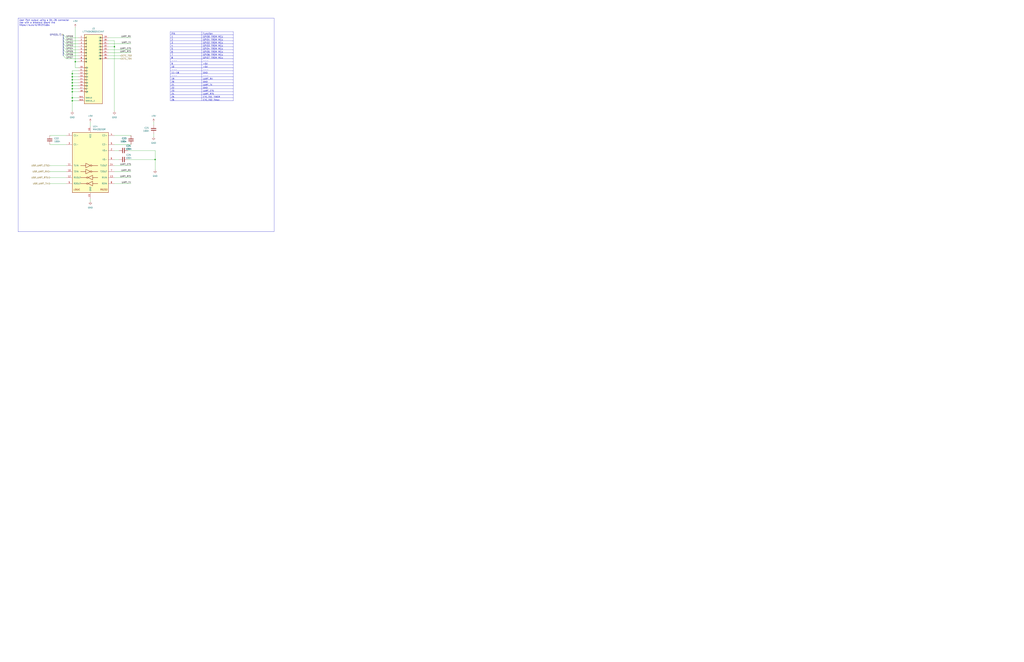
<source format=kicad_sch>
(kicad_sch (version 20250114) (generator "eeschema") (generator_version "9.0")
  (paper "D")
  (lib_symbols
    (symbol "Device:C" (pin_numbers (hide yes)) (pin_names (offset 0.254))
      (property "Reference" "C" (at 0.635 2.54 0))
      (property "Value" "C" (at 0.635 -2.54 0))
      (symbol "C_0_1"
        (polyline (pts (xy -2.032 0.762) (xy 2.032 0.762)) (stroke (width 0.508)))
        (polyline (pts (xy -2.032 -0.762) (xy 2.032 -0.762)) (stroke (width 0.508)))
      )
      (symbol "C_1_1"
        (pin passive line (at 0 3.81 270) (length 2.794) (name "~") (number "1"))
        (pin passive line (at 0 -3.81 90) (length 2.794) (name "~") (number "2"))
      )
    )
    (symbol "Interface_UART:MAX202" (pin_names (offset 1.016))
      (property "Reference" "U" (at -2.54 28.575 0))
      (property "Value" "MAX202" (at -2.54 26.67 0))
      (symbol "MAX202_0_0"
        (text "LOGIC" (at -11.43 -22.86 0) (effects (font (size 1.27 1.27))))
        (text "RS232" (at 11.43 -22.86 0) (effects (font (size 1.27 1.27))))
      )
      (symbol "MAX202_0_1"
        (rectangle (start -15.24 -25.4) (end 15.24 25.4) (stroke (width 0.254)) (fill (type background)))
        (polyline (pts (xy -3.81 -0.635) (xy -3.81 -4.445) (xy 0 -2.54) (xy -3.81 -0.635)) (stroke (width 0.254)))
        (polyline (pts (xy -3.81 -2.54) (xy -8.255 -2.54)) (stroke (width 0.254)))
        (polyline (pts (xy -3.81 -5.715) (xy -3.81 -9.525) (xy 0 -7.62) (xy -3.81 -5.715)) (stroke (width 0.254)))
        (polyline (pts (xy -3.81 -7.62) (xy -8.255 -7.62)) (stroke (width 0.254)))
        (polyline (pts (xy -3.175 -12.7) (xy -8.255 -12.7)) (stroke (width 0.254)))
        (polyline (pts (xy -3.175 -17.78) (xy -8.255 -17.78)) (stroke (width 0.254)))
        (circle (center -2.54 -12.7) (radius 0.635) (stroke (width 0.254)))
        (circle (center -2.54 -17.78) (radius 0.635) (stroke (width 0.254)))
        (circle (center 0.635 -2.54) (radius 0.635) (stroke (width 0.254)))
        (circle (center 0.635 -7.62) (radius 0.635) (stroke (width 0.254)))
        (polyline (pts (xy 1.27 -2.54) (xy 6.35 -2.54)) (stroke (width 0.254)))
        (polyline (pts (xy 1.27 -7.62) (xy 6.35 -7.62)) (stroke (width 0.254)))
        (polyline (pts (xy 1.905 -10.795) (xy 1.905 -14.605) (xy -1.905 -12.7) (xy 1.905 -10.795)) (stroke (width 0.254)))
        (polyline (pts (xy 1.905 -12.7) (xy 6.35 -12.7)) (stroke (width 0.254)))
        (polyline (pts (xy 1.905 -15.875) (xy 1.905 -19.685) (xy -1.905 -17.78) (xy 1.905 -15.875)) (stroke (width 0.254)))
        (polyline (pts (xy 1.905 -17.78) (xy 6.35 -17.78)) (stroke (width 0.254)))
      )
      (symbol "MAX202_1_1"
        (pin passive line (at -20.32 22.86 0) (length 5.08) (name "C1+") (number "1"))
        (pin passive line (at -20.32 15.24 0) (length 5.08) (name "C1-") (number "3"))
        (pin input line (at -20.32 -2.54 0) (length 5.08) (name "T1IN") (number "11"))
        (pin input line (at -20.32 -7.62 0) (length 5.08) (name "T2IN") (number "10"))
        (pin output line (at -20.32 -12.7 0) (length 5.08) (name "R1OUT") (number "12"))
        (pin output line (at -20.32 -17.78 0) (length 5.08) (name "R2OUT") (number "9"))
        (pin power_in line (at 0 30.48 270) (length 5.08) (name "VCC") (number "16"))
        (pin power_in line (at 0 -30.48 90) (length 5.08) (name "GND") (number "15"))
        (pin passive line (at 20.32 22.86 180) (length 5.08) (name "C2+") (number "4"))
        (pin passive line (at 20.32 15.24 180) (length 5.08) (name "C2-") (number "5"))
        (pin power_out line (at 20.32 10.16 180) (length 5.08) (name "VS+") (number "2"))
        (pin power_out line (at 20.32 2.54 180) (length 5.08) (name "VS-") (number "6"))
        (pin output line (at 20.32 -2.54 180) (length 5.08) (name "T1OUT") (number "14"))
        (pin output line (at 20.32 -7.62 180) (length 5.08) (name "T2OUT") (number "7"))
        (pin input line (at 20.32 -12.7 180) (length 5.08) (name "R1IN") (number "13"))
        (pin input line (at 20.32 -17.78 180) (length 5.08) (name "R2IN") (number "8"))
      )
    )
    (symbol "L77HDA26SD1CH4F:L77HDA26SD1CH4F" (pin_names (offset 1.016))
      (property "Reference" "J" (at -7.62 28.702 0))
      (property "Value" "L77HDA26SD1CH4F" (at -7.62 -33.02 0))
      (symbol "L77HDA26SD1CH4F_0_0"
        (polyline (pts (xy -7.62 25.4) (xy -6.35 25.4)) (stroke (width 0.254)))
        (polyline (pts (xy -7.62 22.86) (xy -6.35 22.86)) (stroke (width 0.254)))
        (polyline (pts (xy -7.62 20.32) (xy -6.35 20.32)) (stroke (width 0.254)))
        (polyline (pts (xy -7.62 17.78) (xy -6.35 17.78)) (stroke (width 0.254)))
        (polyline (pts (xy -7.62 15.24) (xy -6.35 15.24)) (stroke (width 0.254)))
        (polyline (pts (xy -7.62 12.7) (xy -6.35 12.7)) (stroke (width 0.254)))
        (polyline (pts (xy -7.62 10.16) (xy -6.35 10.16)) (stroke (width 0.254)))
        (polyline (pts (xy -7.62 7.62) (xy -6.35 7.62)) (stroke (width 0.254)))
        (polyline (pts (xy -7.62 5.08) (xy -6.35 5.08)) (stroke (width 0.254)))
        (polyline (pts (xy -7.62 0) (xy -6.35 0)) (stroke (width 0.254)))
        (polyline (pts (xy -7.62 -2.54) (xy -6.35 -2.54)) (stroke (width 0.254)))
        (polyline (pts (xy -7.62 -5.08) (xy -6.35 -5.08)) (stroke (width 0.254)))
        (polyline (pts (xy -7.62 -7.62) (xy -6.35 -7.62)) (stroke (width 0.254)))
        (polyline (pts (xy -7.62 -10.16) (xy -6.35 -10.16)) (stroke (width 0.254)))
        (polyline (pts (xy -7.62 -12.7) (xy -6.35 -12.7)) (stroke (width 0.254)))
        (polyline (pts (xy -7.62 -15.24) (xy -6.35 -15.24)) (stroke (width 0.254)))
        (polyline (pts (xy -7.62 -17.78) (xy -6.35 -17.78)) (stroke (width 0.254)))
        (polyline (pts (xy -7.62 -20.32) (xy -6.35 -20.32)) (stroke (width 0.254)))
        (rectangle (start -7.62 -30.48) (end 7.62 27.94) (stroke (width 0.254)) (fill (type background)))
        (arc (start -5.715 24.765) (mid -6.3472 25.4) (end -5.715 26.035) (stroke (width 0.254)))
        (arc (start -5.715 22.225) (mid -6.3472 22.86) (end -5.715 23.495) (stroke (width 0.254)))
        (arc (start -5.715 19.685) (mid -6.3472 20.32) (end -5.715 20.955) (stroke (width 0.254)))
        (arc (start -5.715 17.145) (mid -6.3472 17.78) (end -5.715 18.415) (stroke (width 0.254)))
        (arc (start -5.715 14.605) (mid -6.3472 15.24) (end -5.715 15.875) (stroke (width 0.254)))
        (arc (start -5.715 12.065) (mid -6.3472 12.7) (end -5.715 13.335) (stroke (width 0.254)))
        (arc (start -5.715 9.525) (mid -6.3472 10.16) (end -5.715 10.795) (stroke (width 0.254)))
        (arc (start -5.715 6.985) (mid -6.3472 7.62) (end -5.715 8.255) (stroke (width 0.254)))
        (arc (start -5.715 4.445) (mid -6.3472 5.08) (end -5.715 5.715) (stroke (width 0.254)))
        (arc (start -5.715 -0.635) (mid -6.3472 0) (end -5.715 0.635) (stroke (width 0.254)))
        (arc (start -5.715 -3.175) (mid -6.3472 -2.54) (end -5.715 -1.905) (stroke (width 0.254)))
        (arc (start -5.715 -5.715) (mid -6.3472 -5.08) (end -5.715 -4.445) (stroke (width 0.254)))
        (arc (start -5.715 -8.255) (mid -6.3472 -7.62) (end -5.715 -6.985) (stroke (width 0.254)))
        (arc (start -5.715 -10.795) (mid -6.3472 -10.16) (end -5.715 -9.525) (stroke (width 0.254)))
        (arc (start -5.715 -13.335) (mid -6.3472 -12.7) (end -5.715 -12.065) (stroke (width 0.254)))
        (arc (start -5.715 -15.875) (mid -6.3472 -15.24) (end -5.715 -14.605) (stroke (width 0.254)))
        (arc (start -5.715 -18.415) (mid -6.3472 -17.78) (end -5.715 -17.145) (stroke (width 0.254)))
        (arc (start -5.715 -20.955) (mid -6.3472 -20.32) (end -5.715 -19.685) (stroke (width 0.254)))
        (arc (start 5.715 26.035) (mid 6.3472 25.4) (end 5.715 24.765) (stroke (width 0.254)))
        (arc (start 5.715 23.495) (mid 6.3472 22.86) (end 5.715 22.225) (stroke (width 0.254)))
        (arc (start 5.715 20.955) (mid 6.3472 20.32) (end 5.715 19.685) (stroke (width 0.254)))
        (arc (start 5.715 18.415) (mid 6.3472 17.78) (end 5.715 17.145) (stroke (width 0.254)))
        (arc (start 5.715 15.875) (mid 6.3472 15.24) (end 5.715 14.605) (stroke (width 0.254)))
        (arc (start 5.715 13.335) (mid 6.3472 12.7) (end 5.715 12.065) (stroke (width 0.254)))
        (arc (start 5.715 10.795) (mid 6.3472 10.16) (end 5.715 9.525) (stroke (width 0.254)))
        (arc (start 5.715 8.255) (mid 6.3472 7.62) (end 5.715 6.985) (stroke (width 0.254)))
        (polyline (pts (xy 7.62 25.4) (xy 6.35 25.4)) (stroke (width 0.254)))
        (polyline (pts (xy 7.62 22.86) (xy 6.35 22.86)) (stroke (width 0.254)))
        (polyline (pts (xy 7.62 20.32) (xy 6.35 20.32)) (stroke (width 0.254)))
        (polyline (pts (xy 7.62 17.78) (xy 6.35 17.78)) (stroke (width 0.254)))
        (polyline (pts (xy 7.62 15.24) (xy 6.35 15.24)) (stroke (width 0.254)))
        (polyline (pts (xy 7.62 12.7) (xy 6.35 12.7)) (stroke (width 0.254)))
        (polyline (pts (xy 7.62 10.16) (xy 6.35 10.16)) (stroke (width 0.254)))
        (polyline (pts (xy 7.62 7.62) (xy 6.35 7.62)) (stroke (width 0.254)))
        (pin passive line (at -12.7 25.4 0) (length 5.08) (name "1") (number "1"))
        (pin passive line (at -12.7 22.86 0) (length 5.08) (name "2") (number "2"))
        (pin passive line (at -12.7 20.32 0) (length 5.08) (name "3") (number "3"))
        (pin passive line (at -12.7 17.78 0) (length 5.08) (name "4") (number "4"))
        (pin passive line (at -12.7 15.24 0) (length 5.08) (name "5") (number "5"))
        (pin passive line (at -12.7 12.7 0) (length 5.08) (name "6") (number "6"))
        (pin passive line (at -12.7 10.16 0) (length 5.08) (name "7") (number "7"))
        (pin passive line (at -12.7 7.62 0) (length 5.08) (name "8") (number "8"))
        (pin passive line (at -12.7 5.08 0) (length 5.08) (name "9") (number "9"))
        (pin passive line (at -12.7 0 0) (length 5.08) (name "10") (number "10"))
        (pin passive line (at -12.7 -2.54 0) (length 5.08) (name "11") (number "11"))
        (pin passive line (at -12.7 -5.08 0) (length 5.08) (name "12") (number "12"))
        (pin passive line (at -12.7 -7.62 0) (length 5.08) (name "13") (number "13"))
        (pin passive line (at -12.7 -10.16 0) (length 5.08) (name "14") (number "14"))
        (pin passive line (at -12.7 -12.7 0) (length 5.08) (name "15") (number "15"))
        (pin passive line (at -12.7 -15.24 0) (length 5.08) (name "16") (number "16"))
        (pin passive line (at -12.7 -17.78 0) (length 5.08) (name "17") (number "17"))
        (pin passive line (at -12.7 -20.32 0) (length 5.08) (name "18") (number "18"))
        (pin passive line (at -12.7 -25.4 0) (length 5.08) (name "SHIELD") (number "SH1"))
        (pin passive line (at -12.7 -27.94 0) (length 5.08) (name "SHIELD__1") (number "SH2"))
        (pin passive line (at 12.7 25.4 180) (length 5.08) (name "19") (number "19"))
        (pin passive line (at 12.7 22.86 180) (length 5.08) (name "20") (number "20"))
        (pin passive line (at 12.7 20.32 180) (length 5.08) (name "21") (number "21"))
        (pin passive line (at 12.7 17.78 180) (length 5.08) (name "22") (number "22"))
        (pin passive line (at 12.7 15.24 180) (length 5.08) (name "23") (number "23"))
        (pin passive line (at 12.7 12.7 180) (length 5.08) (name "24") (number "24"))
        (pin passive line (at 12.7 10.16 180) (length 5.08) (name "25") (number "25"))
        (pin passive line (at 12.7 7.62 180) (length 5.08) (name "26") (number "26"))
      )
    )
    (symbol "power:+5V" (power) (pin_numbers (hide yes)) (pin_names (offset 0) (hide yes))
      (property "Value" "+5V" (at 0 3.556 0))
      (symbol "+5V_0_1"
        (polyline (pts (xy -0.762 1.27) (xy 0 2.54)))
        (polyline (pts (xy 0 2.54) (xy 0.762 1.27)))
        (polyline (pts (xy 0 0) (xy 0 2.54)))
      )
      (symbol "+5V_1_1"
        (pin power_in line (at 0 0 90) (length 0) (name "~") (number "1"))
      )
    )
    (symbol "power:GND" (power) (pin_numbers (hide yes)) (pin_names (offset 0) (hide yes))
      (property "Value" "GND" (at 0 -3.81 0))
      (symbol "GND_0_1"
        (polyline (pts (xy 0 0) (xy 0 -1.27) (xy 1.27 -1.27) (xy 0 -2.54) (xy -1.27 -1.27) (xy 0 -1.27)))
      )
      (symbol "GND_1_1"
        (pin power_in line (at 0 0 270) (length 0) (name "~") (number "1"))
      )
    )
  )
  (text_box "User Port output using a DA-26 connector\nUse with a breakout board like \nhttps://a.co/d/0hZECqQw" (at 15.24 15.24 0) (size 215.9 180.34) (margins 0.9525 0.9525 0.9525 0.9525) (effects (font (size 1.27 1.27)) (justify left top)))
  (junction (at 60.96 74.93))
  (junction (at 60.96 85.09))
  (junction (at 60.96 77.47))
  (junction (at 60.96 72.39))
  (junction (at 130.81 134.62))
  (junction (at 60.96 64.77))
  (junction (at 60.96 69.85))
  (junction (at 63.5 52.07))
  (junction (at 60.96 82.55))
  (junction (at 60.96 67.31))
  (junction (at 60.96 62.23))
  (junction (at 96.52 39.37))
  (bus_entry (at 53.34 31.75) (size 2.54 2.54))
  (bus_entry (at 53.34 36.83) (size 2.54 2.54))
  (bus_entry (at 53.34 46.99) (size 2.54 2.54))
  (bus_entry (at 53.34 29.21) (size 2.54 2.54))
  (bus_entry (at 53.34 34.29) (size 2.54 2.54))
  (bus_entry (at 53.34 44.45) (size 2.54 2.54))
  (bus_entry (at 53.34 39.37) (size 2.54 2.54))
  (bus_entry (at 53.34 41.91) (size 2.54 2.54))
  (wire (pts (xy 60.96 85.09) (xy 60.96 93.98)))
  (wire (pts (xy 96.52 134.62) (xy 100.33 134.62)))
  (bus (pts (xy 53.34 44.45) (xy 53.34 46.99)))
  (wire (pts (xy 96.52 144.78) (xy 110.49 144.78)))
  (wire (pts (xy 66.04 64.77) (xy 60.96 64.77)))
  (wire (pts (xy 66.04 74.93) (xy 60.96 74.93)))
  (wire (pts (xy 96.52 139.7) (xy 110.49 139.7)))
  (wire (pts (xy 60.96 69.85) (xy 60.96 72.39)))
  (wire (pts (xy 129.54 115.57) (xy 129.54 113.03)))
  (wire (pts (xy 55.88 31.75) (xy 66.04 31.75)))
  (wire (pts (xy 66.04 59.69) (xy 60.96 59.69)))
  (wire (pts (xy 96.52 39.37) (xy 96.52 93.98)))
  (wire (pts (xy 41.91 139.7) (xy 55.88 139.7)))
  (wire (pts (xy 60.96 62.23) (xy 60.96 64.77)))
  (wire (pts (xy 63.5 52.07) (xy 63.5 57.15)))
  (wire (pts (xy 91.44 49.53) (xy 101.6 49.53)))
  (wire (pts (xy 130.81 134.62) (xy 130.81 143.51)))
  (bus (pts (xy 53.34 41.91) (xy 53.34 44.45)))
  (wire (pts (xy 41.91 144.78) (xy 55.88 144.78)))
  (wire (pts (xy 63.5 22.86) (xy 63.5 52.07)))
  (wire (pts (xy 60.96 67.31) (xy 60.96 69.85)))
  (wire (pts (xy 96.52 149.86) (xy 110.49 149.86)))
  (wire (pts (xy 55.88 49.53) (xy 66.04 49.53)))
  (wire (pts (xy 55.88 39.37) (xy 66.04 39.37)))
  (wire (pts (xy 91.44 41.91) (xy 110.49 41.91)))
  (wire (pts (xy 91.44 44.45) (xy 110.49 44.45)))
  (wire (pts (xy 96.52 154.94) (xy 110.49 154.94)))
  (wire (pts (xy 66.04 67.31) (xy 60.96 67.31)))
  (wire (pts (xy 66.04 69.85) (xy 60.96 69.85)))
  (wire (pts (xy 41.91 114.3) (xy 55.88 114.3)))
  (wire (pts (xy 110.49 121.92) (xy 96.52 121.92)))
  (wire (pts (xy 55.88 46.99) (xy 66.04 46.99)))
  (bus (pts (xy 53.34 36.83) (xy 53.34 39.37)))
  (wire (pts (xy 55.88 34.29) (xy 66.04 34.29)))
  (wire (pts (xy 60.96 77.47) (xy 60.96 82.55)))
  (wire (pts (xy 91.44 31.75) (xy 110.49 31.75)))
  (wire (pts (xy 60.96 74.93) (xy 60.96 77.47)))
  (bus (pts (xy 53.34 29.21) (xy 53.34 31.75)))
  (wire (pts (xy 130.81 127) (xy 130.81 134.62)))
  (wire (pts (xy 60.96 64.77) (xy 60.96 67.31)))
  (wire (pts (xy 66.04 85.09) (xy 60.96 85.09)))
  (wire (pts (xy 66.04 72.39) (xy 60.96 72.39)))
  (wire (pts (xy 91.44 46.99) (xy 101.6 46.99)))
  (wire (pts (xy 60.96 59.69) (xy 60.96 62.23)))
  (wire (pts (xy 91.44 34.29) (xy 96.52 34.29)))
  (wire (pts (xy 41.91 121.92) (xy 55.88 121.92)))
  (wire (pts (xy 76.2 102.87) (xy 76.2 106.68)))
  (bus (pts (xy 53.34 31.75) (xy 53.34 34.29)))
  (wire (pts (xy 60.96 82.55) (xy 60.96 85.09)))
  (wire (pts (xy 91.44 36.83) (xy 110.49 36.83)))
  (wire (pts (xy 41.91 154.94) (xy 55.88 154.94)))
  (wire (pts (xy 63.5 52.07) (xy 66.04 52.07)))
  (wire (pts (xy 107.95 134.62) (xy 130.81 134.62)))
  (bus (pts (xy 53.34 39.37) (xy 53.34 41.91)))
  (wire (pts (xy 55.88 44.45) (xy 66.04 44.45)))
  (wire (pts (xy 129.54 102.87) (xy 129.54 105.41)))
  (bus (pts (xy 53.34 34.29) (xy 53.34 36.83)))
  (wire (pts (xy 55.88 36.83) (xy 66.04 36.83)))
  (wire (pts (xy 107.95 127) (xy 130.81 127)))
  (wire (pts (xy 91.44 39.37) (xy 96.52 39.37)))
  (wire (pts (xy 110.49 114.3) (xy 96.52 114.3)))
  (wire (pts (xy 66.04 57.15) (xy 63.5 57.15)))
  (wire (pts (xy 96.52 34.29) (xy 96.52 39.37)))
  (wire (pts (xy 60.96 72.39) (xy 60.96 74.93)))
  (wire (pts (xy 66.04 82.55) (xy 60.96 82.55)))
  (wire (pts (xy 66.04 62.23) (xy 60.96 62.23)))
  (wire (pts (xy 41.91 149.86) (xy 55.88 149.86)))
  (wire (pts (xy 66.04 77.47) (xy 60.96 77.47)))
  (wire (pts (xy 55.88 41.91) (xy 66.04 41.91)))
  (wire (pts (xy 96.52 127) (xy 100.33 127)))
  (wire (pts (xy 76.2 170.18) (xy 76.2 167.64)))
  (table (column_count 2) (border (external yes) (header yes)) (separators (rows yes) (cols yes)) (column_widths 26.67 26.67) (row_heights 2.54 2.54 2.54 2.54 2.54 2.54 2.54 2.54 2.54 2.54 2.54 2.54 2.54 2.54 2.54 2.54 2.54 2.54 2.54 2.54 2.54 2.54 2.54) (cells (table_cell "PIN" (at 143.51 26.67 0) (size 26.67 2.54) (margins 0.9525 0.9525 0.9525 0.9525) (span 1 1)) (table_cell "Function" (at 170.18 26.67 0) (size 26.67 2.54) (margins 0.9525 0.9525 0.9525 0.9525) (span 1 1)) (table_cell "1" (at 143.51 29.21 0) (size 26.67 2.54) (margins 0.9525 0.9525 0.9525 0.9525) (span 1 1)) (table_cell "GPIO0 FROM MCU" (at 170.18 29.21 0) (size 26.67 2.54) (margins 0.9525 0.9525 0.9525 0.9525) (span 1 1)) (table_cell "2" (at 143.51 31.75 0) (size 26.67 2.54) (margins 0.9525 0.9525 0.9525 0.9525) (span 1 1)) (table_cell "GPIO1 FROM MCU" (at 170.18 31.75 0) (size 26.67 2.54) (margins 0.9525 0.9525 0.9525 0.9525) (span 1 1)) (table_cell "3" (at 143.51 34.29 0) (size 26.67 2.54) (margins 0.9525 0.9525 0.9525 0.9525) (span 1 1)) (table_cell "GPIO2 FROM MCU" (at 170.18 34.29 0) (size 26.67 2.54) (margins 0.9525 0.9525 0.9525 0.9525) (span 1 1)) (table_cell "4" (at 143.51 36.83 0) (size 26.67 2.54) (margins 0.9525 0.9525 0.9525 0.9525) (span 1 1)) (table_cell "GPIO3 FROM MCU" (at 170.18 36.83 0) (size 26.67 2.54) (margins 0.9525 0.9525 0.9525 0.9525) (span 1 1)) (table_cell "5" (at 143.51 39.37 0) (size 26.67 2.54) (margins 0.9525 0.9525 0.9525 0.9525) (span 1 1)) (table_cell "GPIO4 FROM MCU" (at 170.18 39.37 0) (size 26.67 2.54) (margins 0.9525 0.9525 0.9525 0.9525) (span 1 1)) (table_cell "6" (at 143.51 41.91 0) (size 26.67 2.54) (margins 0.9525 0.9525 0.9525 0.9525) (span 1 1)) (table_cell "GPIO5 FROM MCU" (at 170.18 41.91 0) (size 26.67 2.54) (margins 0.9525 0.9525 0.9525 0.9525) (span 1 1)) (table_cell "7" (at 143.51 44.45 0) (size 26.67 2.54) (margins 0.9525 0.9525 0.9525 0.9525) (span 1 1)) (table_cell "GPIO6 FROM MCU" (at 170.18 44.45 0) (size 26.67 2.54) (margins 0.9525 0.9525 0.9525 0.9525) (span 1 1)) (table_cell "8" (at 143.51 46.99 0) (size 26.67 2.54) (margins 0.9525 0.9525 0.9525 0.9525) (span 1 1)) (table_cell "GPIO7 FROM MCU" (at 170.18 46.99 0) (size 26.67 2.54) (margins 0.9525 0.9525 0.9525 0.9525) (span 1 1)) (table_cell "---" (at 143.51 49.53 0) (size 26.67 2.54) (margins 0.9525 0.9525 0.9525 0.9525) (span 1 1)) (table_cell "---" (at 170.18 49.53 0) (size 26.67 2.54) (margins 0.9525 0.9525 0.9525 0.9525) (span 1 1)) (table_cell "9" (at 143.51 52.07 0) (size 26.67 2.54) (margins 0.9525 0.9525 0.9525 0.9525) (span 1 1)) (table_cell "+5V" (at 170.18 52.07 0) (size 26.67 2.54) (margins 0.9525 0.9525 0.9525 0.9525) (span 1 1)) (table_cell "10" (at 143.51 54.61 0) (size 26.67 2.54) (margins 0.9525 0.9525 0.9525 0.9525) (span 1 1)) (table_cell "+5V" (at 170.18 54.61 0) (size 26.67 2.54) (margins 0.9525 0.9525 0.9525 0.9525) (span 1 1)) (table_cell "---" (at 143.51 57.15 0) (size 26.67 2.54) (margins 0.9525 0.9525 0.9525 0.9525) (span 1 1)) (table_cell "---" (at 170.18 57.15 0) (size 26.67 2.54) (margins 0.9525 0.9525 0.9525 0.9525) (span 1 1)) (table_cell "11-18" (at 143.51 59.69 0) (size 26.67 2.54) (margins 0.9525 0.9525 0.9525 0.9525) (span 1 1)) (table_cell "GND" (at 170.18 59.69 0) (size 26.67 2.54) (margins 0.9525 0.9525 0.9525 0.9525) (span 1 1)) (table_cell "---" (at 143.51 62.23 0) (size 26.67 2.54) (margins 0.9525 0.9525 0.9525 0.9525) (span 1 1)) (table_cell "---" (at 170.18 62.23 0) (size 26.67 2.54) (margins 0.9525 0.9525 0.9525 0.9525) (span 1 1)) (table_cell "19" (at 143.51 64.77 0) (size 26.67 2.54) (margins 0.9525 0.9525 0.9525 0.9525) (span 1 1)) (table_cell "UART_RX" (at 170.18 64.77 0) (size 26.67 2.54) (margins 0.9525 0.9525 0.9525 0.9525) (span 1 1)) (table_cell "20" (at 143.51 67.31 0) (size 26.67 2.54) (margins 0.9525 0.9525 0.9525 0.9525) (span 1 1)) (table_cell "GND" (at 170.18 67.31 0) (size 26.67 2.54) (margins 0.9525 0.9525 0.9525 0.9525) (span 1 1)) (table_cell "21" (at 143.51 69.85 0) (size 26.67 2.54) (margins 0.9525 0.9525 0.9525 0.9525) (span 1 1)) (table_cell "UART_TX" (at 170.18 69.85 0) (size 26.67 2.54) (margins 0.9525 0.9525 0.9525 0.9525) (span 1 1)) (table_cell "22" (at 143.51 72.39 0) (size 26.67 2.54) (margins 0.9525 0.9525 0.9525 0.9525) (span 1 1)) (table_cell "GND" (at 170.18 72.39 0) (size 26.67 2.54) (margins 0.9525 0.9525 0.9525 0.9525) (span 1 1)) (table_cell "23" (at 143.51 74.93 0) (size 26.67 2.54) (margins 0.9525 0.9525 0.9525 0.9525) (span 1 1)) (table_cell "UART_CTS" (at 170.18 74.93 0) (size 26.67 2.54) (margins 0.9525 0.9525 0.9525 0.9525) (span 1 1)) (table_cell "24" (at 143.51 77.47 0) (size 26.67 2.54) (margins 0.9525 0.9525 0.9525 0.9525) (span 1 1)) (table_cell "UART_RTS" (at 170.18 77.47 0) (size 26.67 2.54) (margins 0.9525 0.9525 0.9525 0.9525) (span 1 1)) (table_cell "25" (at 143.51 80.01 0) (size 26.67 2.54) (margins 0.9525 0.9525 0.9525 0.9525) (span 1 1)) (table_cell "CTC_T01 TIMER" (at 170.18 80.01 0) (size 26.67 2.54) (margins 0.9525 0.9525 0.9525 0.9525) (span 1 1)) (table_cell "26" (at 143.51 82.55 0) (size 26.67 2.54) (margins 0.9525 0.9525 0.9525 0.9525) (span 1 1)) (table_cell "CTC_T02 Timer" (at 170.18 82.55 0) (size 26.67 2.54) (margins 0.9525 0.9525 0.9525 0.9525) (span 1 1))))
  (label "GPIO1" (at 55.88 34.29 0))
  (label "GPIO4" (at 55.88 41.91 0))
  (label "GPIO7" (at 55.88 49.53 0))
  (label "UART_CTS" (at 110.49 41.91 180))
  (label "UART_RX" (at 110.49 31.75 180))
  (label "UART_TX" (at 110.49 36.83 180))
  (label "GPIO2" (at 55.88 36.83 0))
  (label "UART_RTS" (at 110.49 44.45 180))
  (label "UART_RX" (at 110.49 144.78 180))
  (label "UART_RTS" (at 110.49 149.86 180))
  (label "UART_CTS" (at 110.49 139.7 180))
  (label "GPIO6" (at 55.88 46.99 0))
  (label "GPIO5" (at 55.88 44.45 0))
  (label "GPIO0" (at 55.88 31.75 0))
  (label "UART_TX" (at 110.49 154.94 180))
  (label "GPIO3" (at 55.88 39.37 0))
  (hierarchical_label "CTC_TO2" (shape input) (at 101.6 46.99 0))
  (hierarchical_label "USR_UART_CTS" (shape input) (at 41.91 139.7 180))
  (hierarchical_label "USR_UART_TX" (shape output) (at 41.91 154.94 180))
  (hierarchical_label "CTC_TO1" (shape input) (at 101.6 49.53 0))
  (hierarchical_label "USR_UART_RX" (shape input) (at 41.91 144.78 180))
  (hierarchical_label "USR_UART_RTS" (shape output) (at 41.91 149.86 180))
  (hierarchical_label "GPIO[0..7]" (shape bidirectional) (at 53.34 29.21 180))
  (symbol (lib_id "L77HDA26SD1CH4F:L77HDA26SD1CH4F") (at 78.74 57.15 0) (unit 1)
    (property "Reference" "J3" (at 78.74 24.13 0))
    (property "Value" "L77HDA26SD1CH4F" (at 78.74 26.67 0))
    (property "Footprint" "Footprints:AMPHENOL_L77HDA26SD1CH4F" (effects (hide yes)))
    (property "PARTREV" "2" (effects (hide yes)))
    (property "STANDARD" "Manufacturer Recommendations" (effects (hide yes)))
    (property "MAXIMUM_PACKAGE_HIEGHT" "12.93mm" (effects (hide yes)))
    (property "MANUFACTURER" "Amphenol" (effects (hide yes)))
    (property "Manufacturer Part" "L77HDA26SD1CH4F" (effects (hide yes)))
  )
  (symbol (lib_id "Device:C") (at 129.54 109.22 0) (mirror y) (unit 1)
    (property "Reference" "C21" (at 125.73 107.9499 0) (effects (justify left)))
    (property "Value" "100n" (at 125.73 110.4899 0) (effects (justify left)))
    (property "Footprint" "Capacitor_SMD:C_0603_1608Metric" (effects (hide yes)))
    (property "Description" "Unpolarized capacitor" (effects (hide yes)))
    (property "MANUFACTURER_PART_NUMBER" "C0603C104K5RACTU" (effects (hide yes)))
  )
  (symbol (lib_id "power:+5V") (at 129.54 102.87 0) (unit 1)
    (property "Reference" "#PWR076" (effects (hide yes)))
    (property "Value" "+5V" (at 129.54 97.79 0))
    (property "Description" "Power symbol creates a global label with name \"+5V\"" (effects (hide yes)))
  )
  (symbol (lib_id "Interface_UART:MAX202") (at 76.2 137.16 0) (unit 1)
    (property "Reference" "U14" (at 78.3433 106.68 0) (effects (justify left)))
    (property "Value" "MAX202IDR" (at 78.3433 109.22 0) (effects (justify left)))
    (property "Footprint" "Package_SO:SOIC-16_3.9x9.9mm_P1.27mm" (effects (hide yes)))
    (property "Datasheet" "http://www.ti.com/lit/ds/symlink/max202.pdf" (effects (hide yes)))
    (property "Description" "Dual RS232 driver/receiver, 5V supply, 120kb/s, 0C-70C" (effects (hide yes)))
    (property "MANUFACTURER_PART_NUMBER" "MAX202IDR" (effects (hide yes)))
  )
  (symbol (lib_id "Device:C") (at 104.14 134.62 90) (mirror x) (unit 1)
    (property "Reference" "C25" (at 108.458 130.81 90))
    (property "Value" "100n" (at 108.458 133.35 90))
    (property "Footprint" "Capacitor_SMD:C_0603_1608Metric" (effects (hide yes)))
    (property "Description" "Unpolarized capacitor" (effects (hide yes)))
    (property "MANUFACTURER_PART_NUMBER" "C0603C104K5RACTU" (effects (hide yes)))
  )
  (symbol (lib_id "power:GND") (at 60.96 93.98 0) (unit 1)
    (property "Reference" "#PWR073" (effects (hide yes)))
    (property "Value" "GND" (at 60.96 99.06 0))
    (property "Description" "Power symbol creates a global label with name \"GND\" , ground" (effects (hide yes)))
  )
  (symbol (lib_id "Device:C") (at 41.91 118.11 0) (unit 1)
    (property "Reference" "C22" (at 45.72 116.8399 0) (effects (justify left)))
    (property "Value" "100n" (at 45.72 119.3799 0) (effects (justify left)))
    (property "Footprint" "Capacitor_SMD:C_0603_1608Metric" (effects (hide yes)))
    (property "Description" "Unpolarized capacitor" (effects (hide yes)))
    (property "MANUFACTURER_PART_NUMBER" "C0603C104K5RACTU" (effects (hide yes)))
  )
  (symbol (lib_id "Device:C") (at 110.49 118.11 0) (mirror y) (unit 1)
    (property "Reference" "C23" (at 106.68 116.8399 0) (effects (justify left)))
    (property "Value" "100n" (at 106.68 119.3799 0) (effects (justify left)))
    (property "Footprint" "Capacitor_SMD:C_0603_1608Metric" (effects (hide yes)))
    (property "Description" "Unpolarized capacitor" (effects (hide yes)))
    (property "MANUFACTURER_PART_NUMBER" "C0603C104K5RACTU" (effects (hide yes)))
  )
  (symbol (lib_id "power:GND") (at 96.52 93.98 0) (unit 1)
    (property "Reference" "#PWR074" (effects (hide yes)))
    (property "Value" "GND" (at 96.52 99.06 0))
    (property "Description" "Power symbol creates a global label with name \"GND\" , ground" (effects (hide yes)))
  )
  (symbol (lib_id "power:GND") (at 129.54 115.57 0) (unit 1)
    (property "Reference" "#PWR077" (effects (hide yes)))
    (property "Value" "GND" (at 129.54 120.65 0))
    (property "Description" "Power symbol creates a global label with name \"GND\" , ground" (effects (hide yes)))
  )
  (symbol (lib_id "Device:C") (at 104.14 127 90) (mirror x) (unit 1)
    (property "Reference" "C24" (at 108.458 123.19 90))
    (property "Value" "100n" (at 108.458 125.73 90))
    (property "Footprint" "Capacitor_SMD:C_0603_1608Metric" (effects (hide yes)))
    (property "Description" "Unpolarized capacitor" (effects (hide yes)))
    (property "MANUFACTURER_PART_NUMBER" "C0603C104K5RACTU" (effects (hide yes)))
  )
  (symbol (lib_id "power:GND") (at 130.81 143.51 0) (unit 1)
    (property "Reference" "#PWR078" (effects (hide yes)))
    (property "Value" "GND" (at 130.81 148.59 0))
    (property "Description" "Power symbol creates a global label with name \"GND\" , ground" (effects (hide yes)))
  )
  (symbol (lib_id "power:+5V") (at 76.2 102.87 0) (unit 1)
    (property "Reference" "#PWR075" (effects (hide yes)))
    (property "Value" "+5V" (at 76.2 97.79 0))
    (property "Description" "Power symbol creates a global label with name \"+5V\"" (effects (hide yes)))
  )
  (symbol (lib_id "power:GND") (at 76.2 170.18 0) (unit 1)
    (property "Reference" "#PWR079" (effects (hide yes)))
    (property "Value" "GND" (at 76.2 175.26 0))
    (property "Description" "Power symbol creates a global label with name \"GND\" , ground" (effects (hide yes)))
  )
  (symbol (lib_id "power:+5V") (at 63.5 22.86 0) (unit 1)
    (property "Reference" "#PWR072" (effects (hide yes)))
    (property "Value" "+5V" (at 63.5 17.78 0))
    (property "Description" "Power symbol creates a global label with name \"+5V\"" (effects (hide yes)))
  )
)
</source>
